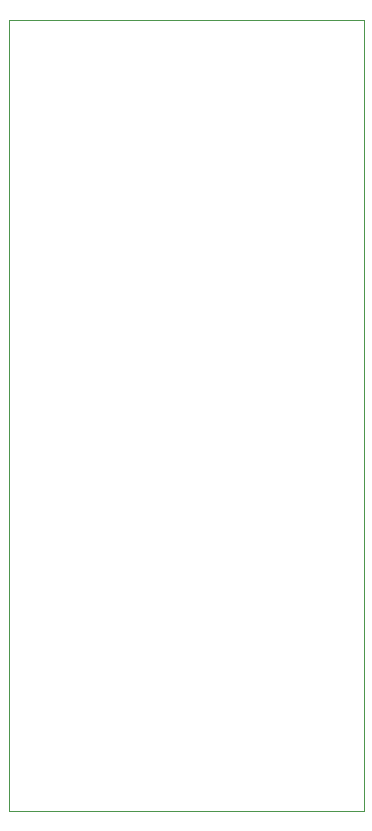
<source format=gbr>
%TF.GenerationSoftware,KiCad,Pcbnew,8.0.2*%
%TF.CreationDate,2024-09-06T00:12:25+02:00*%
%TF.ProjectId,splitX_pluggable_4p,73706c69-7458-45f7-906c-75676761626c,rev?*%
%TF.SameCoordinates,Original*%
%TF.FileFunction,Profile,NP*%
%FSLAX46Y46*%
G04 Gerber Fmt 4.6, Leading zero omitted, Abs format (unit mm)*
G04 Created by KiCad (PCBNEW 8.0.2) date 2024-09-06 00:12:25*
%MOMM*%
%LPD*%
G01*
G04 APERTURE LIST*
%TA.AperFunction,Profile*%
%ADD10C,0.050000*%
%TD*%
G04 APERTURE END LIST*
D10*
X83000000Y-45000000D02*
X113000000Y-45000000D01*
X113000000Y-112000000D01*
X83000000Y-112000000D01*
X83000000Y-45000000D01*
M02*

</source>
